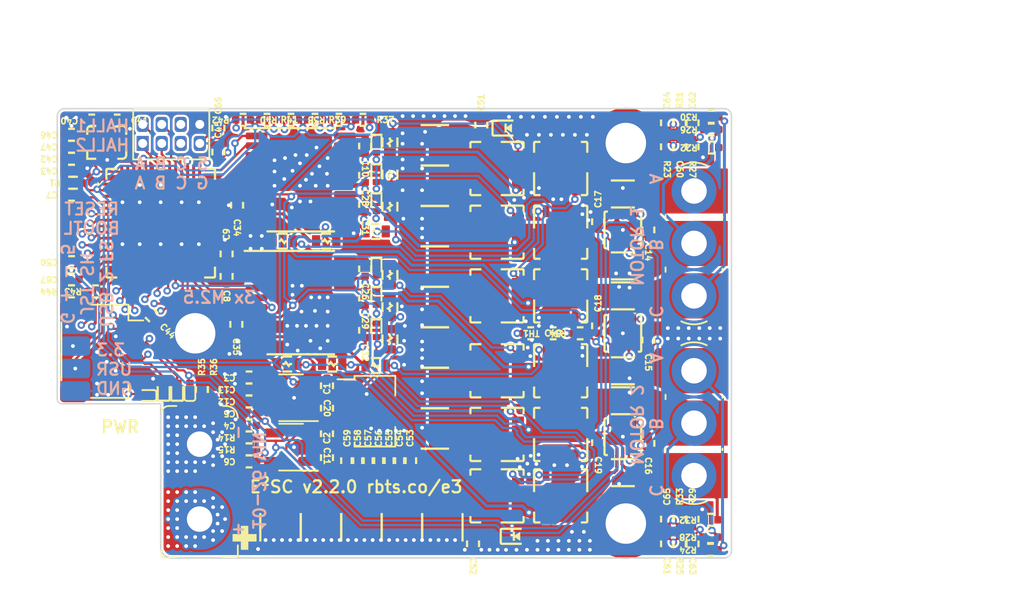
<source format=kicad_pcb>
(kicad_pcb
	(version 20240108)
	(generator "pcbnew")
	(generator_version "8.0")
	(general
		(thickness 1.2)
		(legacy_teardrops no)
	)
	(paper "A4")
	(layers
		(0 "F.Cu" mixed)
		(1 "In1.Cu" power)
		(2 "In2.Cu" signal)
		(31 "B.Cu" mixed)
		(32 "B.Adhes" user "B.Adhesive")
		(33 "F.Adhes" user "F.Adhesive")
		(34 "B.Paste" user)
		(35 "F.Paste" user)
		(36 "B.SilkS" user "B.Silkscreen")
		(37 "F.SilkS" user "F.Silkscreen")
		(38 "B.Mask" user)
		(39 "F.Mask" user)
		(40 "Dwgs.User" user "User.Drawings")
		(41 "Cmts.User" user "User.Comments")
		(42 "Eco1.User" user "User.Eco1")
		(43 "Eco2.User" user "User.Eco2")
		(44 "Edge.Cuts" user)
		(45 "Margin" user)
		(46 "B.CrtYd" user "B.Courtyard")
		(47 "F.CrtYd" user "F.Courtyard")
		(48 "B.Fab" user)
		(49 "F.Fab" user)
		(50 "User.1" user)
		(51 "User.2" user)
		(52 "User.3" user)
		(53 "User.4" user)
		(54 "User.5" user)
		(55 "User.6" user)
		(56 "User.7" user)
		(57 "User.8" user)
		(58 "User.9" user)
	)
	(setup
		(stackup
			(layer "F.SilkS"
				(type "Top Silk Screen")
			)
			(layer "F.Paste"
				(type "Top Solder Paste")
			)
			(layer "F.Mask"
				(type "Top Solder Mask")
				(thickness 0.01)
			)
			(layer "F.Cu"
				(type "copper")
				(thickness 0.105)
			)
			(layer "dielectric 1"
				(type "core")
				(thickness 0.254)
				(material "FR4")
				(epsilon_r 4.5)
				(loss_tangent 0.02)
			)
			(layer "In1.Cu"
				(type "copper")
				(thickness 0.035)
			)
			(layer "dielectric 2"
				(type "prepreg")
				(thickness 0.392)
				(material "FR4")
				(epsilon_r 4.5)
				(loss_tangent 0.02)
			)
			(layer "In2.Cu"
				(type "copper")
				(thickness 0.035)
			)
			(layer "dielectric 3"
				(type "core")
				(thickness 0.254)
				(material "FR4")
				(epsilon_r 4.5)
				(loss_tangent 0.02)
			)
			(layer "B.Cu"
				(type "copper")
				(thickness 0.105)
			)
			(layer "B.Mask"
				(type "Bottom Solder Mask")
				(thickness 0.01)
			)
			(layer "B.Paste"
				(type "Bottom Solder Paste")
			)
			(layer "B.SilkS"
				(type "Bottom Silk Screen")
			)
			(copper_finish "ENIG")
			(dielectric_constraints no)
		)
		(pad_to_mask_clearance 0)
		(allow_soldermask_bridges_in_footprints no)
		(grid_origin 170.049 108.851)
		(pcbplotparams
			(layerselection 0x00313fc_ffffffff)
			(plot_on_all_layers_selection 0x0000000_00000000)
			(disableapertmacros no)
			(usegerberextensions no)
			(usegerberattributes no)
			(usegerberadvancedattributes yes)
			(creategerberjobfile yes)
			(dashed_line_dash_ratio 12.000000)
			(dashed_line_gap_ratio 3.000000)
			(svgprecision 4)
			(plotframeref no)
			(viasonmask no)
			(mode 1)
			(useauxorigin no)
			(hpglpennumber 1)
			(hpglpenspeed 20)
			(hpglpendiameter 15.000000)
			(pdf_front_fp_property_popups yes)
			(pdf_back_fp_property_popups yes)
			(dxfpolygonmode yes)
			(dxfimperialunits yes)
			(dxfusepcbnewfont yes)
			(psnegative no)
			(psa4output no)
			(plotreference yes)
			(plotvalue yes)
			(plotfptext yes)
			(plotinvisibletext no)
			(sketchpadsonfab no)
			(subtractmaskfromsilk no)
			(outputformat 1)
			(mirror no)
			(drillshape 0)
			(scaleselection 1)
			(outputdirectory "CAM/")
		)
	)
	(net 0 "")
	(net 1 "+5V")
	(net 2 "GND")
	(net 3 "VDDA")
	(net 4 "+3V3")
	(net 5 "Net-(JP1-B)")
	(net 6 "/VDD_SPI")
	(net 7 "Net-(D1-1)")
	(net 8 "M2_PH_A")
	(net 9 "+1V5")
	(net 10 "+10V")
	(net 11 "VM")
	(net 12 "USB_D-")
	(net 13 "USB_D+")
	(net 14 "M2_PH_B")
	(net 15 "M2_PH_C")
	(net 16 "M2_PH_A_V")
	(net 17 "M2_PH_B_V")
	(net 18 "M2_PH_C_V")
	(net 19 "Net-(D2-1)")
	(net 20 "M1_PH_A")
	(net 21 "M1A")
	(net 22 "M1B")
	(net 23 "Net-(U4-HO1)")
	(net 24 "Net-(U4-LO1)")
	(net 25 "Net-(U4-HO2)")
	(net 26 "Net-(U4-LO2)")
	(net 27 "Net-(U4-HO3)")
	(net 28 "Net-(U4-LO3)")
	(net 29 "Net-(U5-HO1)")
	(net 30 "Net-(U5-LO1)")
	(net 31 "Net-(U5-HO2)")
	(net 32 "Net-(U5-LO2)")
	(net 33 "Net-(U5-HO3)")
	(net 34 "Net-(U5-LO3)")
	(net 35 "Net-(JP2-B)")
	(net 36 "M2A")
	(net 37 "Net-(U1-BP)")
	(net 38 "VBUS")
	(net 39 "unconnected-(U3-LNA_IN-Pad1)")
	(net 40 "M2B")
	(net 41 "M2C")
	(net 42 "HALL2_A")
	(net 43 "M1_PH_A_A")
	(net 44 "M1_PH_B_A")
	(net 45 "M1_PH_C_A")
	(net 46 "TMOS")
	(net 47 "unconnected-(U3-SPIHD{slash}GPIO27-Pad30)")
	(net 48 "unconnected-(U3-SPIWP{slash}GPIO28-Pad31)")
	(net 49 "Net-(D7-PadK)")
	(net 50 "HALL2_B")
	(net 51 "HALL2_C")
	(net 52 "M2_PH_A_A")
	(net 53 "M2_PH_B_A")
	(net 54 "M2_PH_C_A")
	(net 55 "M2_PH_C_L")
	(net 56 "unconnected-(U3-SPICS0{slash}GPIO29-Pad32)")
	(net 57 "unconnected-(U3-SPICLK{slash}GPIO30-Pad33)")
	(net 58 "M1_PH_A_H")
	(net 59 "M1_PH_B_H")
	(net 60 "M1_PH_C_H")
	(net 61 "M1_PH_A_L")
	(net 62 "M1_PH_B_L")
	(net 63 "M1_PH_C_L")
	(net 64 "HALL1_A")
	(net 65 "HALL1_B")
	(net 66 "HALL1_C")
	(net 67 "unconnected-(U3-SPIQ{slash}GPIO31-Pad34)")
	(net 68 "Net-(U3-XTAL_N)")
	(net 69 "Net-(U3-XTAL_P)")
	(net 70 "M1C")
	(net 71 "Net-(Q1-PadG)")
	(net 72 "Net-(Q2-PadG)")
	(net 73 "M2_PH_B_L")
	(net 74 "Net-(Q5-PadG)")
	(net 75 "M1_PH_B")
	(net 76 "Net-(Q6-PadG)")
	(net 77 "Net-(Q9-PadG)")
	(net 78 "M2_PH_A_L")
	(net 79 "M1_PH_C")
	(net 80 "Net-(Q10-PadG)")
	(net 81 "Net-(D3-1)")
	(net 82 "Net-(D4-1)")
	(net 83 "Net-(D5-1)")
	(net 84 "Net-(D6-1)")
	(net 85 "Net-(Q3-PadG)")
	(net 86 "Net-(Q4-PadG)")
	(net 87 "Net-(Q7-PadG)")
	(net 88 "Net-(Q8-PadG)")
	(net 89 "Net-(Q11-PadG)")
	(net 90 "Net-(Q12-PadG)")
	(net 91 "M2_PH_C_H")
	(net 92 "M1_PH_A_V")
	(net 93 "M2_PH_B_H")
	(net 94 "M1_PH_B_V")
	(net 95 "M2_PH_A_H")
	(net 96 "M1_PH_C_V")
	(net 97 "Net-(U2-BP)")
	(net 98 "STATUS_LED")
	(net 99 "Net-(D8-PadK)")
	(net 100 "unconnected-(U3-SPID{slash}GPIO32-Pad35)")
	(net 101 "USER_IN")
	(footprint "Capacitor_SMD:1005_B" (layer "F.Cu") (at 205.2 119.9 90))
	(footprint "Connector_AMASS:XT30-PB_Dual_Mount" (layer "F.Cu") (at 174 117.4 90))
	(footprint "Capacitor_SMD:3225_C" (layer "F.Cu") (at 182.1 120.45 -90))
	(footprint "Diode_SMD:1005_C_KA" (layer "F.Cu") (at 185.8 103.2 -90))
	(footprint "Resistor_SMD:1005_B" (layer "F.Cu") (at 183.3 93.25 180))
	(footprint "Resistor_SMD:1005_B" (layer "F.Cu") (at 197.6 107.5 180))
	(footprint "Capacitor_SMD:3225_C" (layer "F.Cu") (at 187.5 120.45 -90))
	(footprint "Capacitor_SMD:1005_B" (layer "F.Cu") (at 206.9 121.55 -90))
	(footprint "LED_SMD:1005_C_KA" (layer "F.Cu") (at 173.35 111.25 90))
	(footprint "Resistor_SMD:1005_B" (layer "F.Cu") (at 208.15 93.05 180))
	(footprint "Resistor_SMD:1608_C" (layer "F.Cu") (at 186.7 107.9 90))
	(footprint "Capacitor_SMD:1005_B" (layer "F.Cu") (at 168.5 93.3))
	(footprint "SH_Solder_Pads:JP-2" (layer "F.Cu") (at 165.5 99.2 90))
	(footprint "Resistor_SMD:1005_B" (layer "F.Cu") (at 199.4 107.5 180))
	(footprint "Resistor_SMD:3216_C_Shunt" (layer "F.Cu") (at 202.25 105))
	(footprint "Capacitor_SMD:3225_C" (layer "F.Cu") (at 189.7 97.65 180))
	(footprint "Capacitor_SMD:1005_B" (layer "F.Cu") (at 165.45 102.75 180))
	(footprint "Diode_SMD:1005_C_KA" (layer "F.Cu") (at 185.8 96.95 -90))
	(footprint "Crystal:Crystal_4-SMD_2x1.6mm" (layer "F.Cu") (at 167.8 94.75))
	(footprint "Resistor_SMD:3216_C_Shunt" (layer "F.Cu") (at 202.25 103))
	(footprint "Capacitor_SMD:1005_B"
		(layer "F.Cu")
		(uuid "1bfaf2c8-c60b-47f9-b3e4-7180ec9bf4d2")
		(at 185.05 95 -90)
		(tags "0402 1005 Capacitor")
		(property "Reference" "C10"
			(at 0.85 0 -90)
			(unlocked yes)
			(layer "F.SilkS")
			(uuid "53b20021-5950-4092-bad9-f2517f5ccc92")
			(effects
				(font
					(size 0.4 0.4)
					(thickness 0.1)
				)
				(justify left)
			)
		)
		(property "Value" "0.1uF"
			(at 0.85 0.375 -90)
			(unlocked yes)
			(layer "F.Fab")
			(uuid "a012948e-86c0-4867-8be1-5fd000a986d2")
			(effects
				(font
					(size 0.2 0.2)
					(thickness 0.05)
				)
				(justify left)
			)
		)
		(property "Footprint" ""
			(at 0 0 -90)
			(unlocked yes)
			(layer "F.Fab")
			(hide yes)
			(uuid "b1e46cb7-22fb-461b-a0fa-de891b47ecd7")
			(effects
				(font
					(size 1.27 1.27)
				)
			)
		)
		(property "Datasheet" ""
			(at 0 0 -90)
			(unlocked yes)
			(layer "F.Fab")
			(hide yes)
			(uuid "a7aa2edb-9e6f-4d57-a69e-5e0326ba6587")
			(effects
				(font
					(size 1.27 1.27)
				)
			)
		)
		(property "Description" ""
			(at 0 0 -90)
			(unlocked yes)
			(layer "F.Fab")
			(hide yes)
			(uuid "09eb7d59-72c7-4a60-a10e-883d56e8733f")
			(effects
				(font
					(size 1.27 1.27)
				)
			)
		)
		(property "Dielectric" "X7R"
			(at 0 0 0)
			(layer "F.Fab")
			(hide yes)
			(uuid "571f6207-1f4e-4897-948d-5feaf7e46dd9")
			(effects
				(font
					(size 1 1)
					(thickness 0.15)
				)
			)
		)
		(property "Footprint_Density" "C"
			(at 0 0 0)
			(layer "F.Fab")
			(hide yes)
			(uuid "3440c7eb-74a0-4099-acad-30e45b8bf1eb")
			(effects
				(font
					(size 1 1)
					(thickness 0.15)
				)
			)
		)
		(property "Footprint_Library" "Capacitor_SMD"
			(at 0 0 0)
			(layer "F.Fab")
			(hide yes)
			(uuid "962884c5-5509-4f97-9767-aa2622759385")
			(effects
				(font
					(size 1 1)
					(thickness 0.15)
				)
			)
		)
		(property "JLCPCB Part" "C1525"
			(at 0 0 0)
			(layer "F.Fab")
			(hide yes)
			(uuid "44757a39-8c07-47e5-b880-65bf09020113")
			(effects
				(font
					(size 1 1)
					(thickness 0.15)
				)
			)
		)
		(property "LCSC" "C1525"
			(at 0 0 0)
			(layer "F.Fab")
			(hide yes)
			(uuid "7310a7a3-35cc-45da-bc74-7d74dfcd30a6")
			(effects
				(font
					(size 1 1)
					(thickness 0.15)
				)
			)
		)
		(property "MFG" "Samsung"
			(at 0 0 0)
			(layer "F.Fab")
			(hide yes)
			(uuid "758c037f-1714-40eb-ad03-bbfe5e005492")
			(effects
				(font
					(size 1 1)
					(thickness 0.15)
				)
			)
		)
		(property "MPN" "CL05B104KO5NNNC"
			(at 0 0 0)
			(layer "F.Fab")
			(hide yes)
			(uuid "420749e1-1bd0-4d75-bff6-e83bf1c0979a")
			(effects
				(font
					(size 1 1)
					(thickness 0.15)
				)
			)
		)
		(property "MPN_ALT1" ""
			(at 0 0 0)
			(layer "F.Fab")
			(hide yes)
			(uuid "b95d9b38-c6d8-404c-9547-5e72d79bc740")
			(effects
				(font
					(size 1 1)
					(thickness 0.15)
				)
			)
		)
		(property "Mouser" ""
			(at 0 0 0)
			(layer "F.Fab")
			(hide yes)
			(uuid "adf8a886-ec7e-4a79-9ef7-18a27e3d797a")
			(effects
				(font
					(size 1 1)
					(thickness 0.15)
				)
			)
		)
		(property "Note" ""
			(at 0 0 0)
			(layer "F.Fab")
			(hide yes)
			(uuid "2252730c-3304-4371-aba9-bf8c2d470380")
			(effects
				(font
					(size 1 1)
					(thickness 0.15)
				)
			)
		)
		(property "Package" "1005"
			(at 0 0 0)
			(layer "F.Fab")
			(hide yes)
			(uuid "fbf16dad-6a35-49af-8ef2-970a9d0b97d1")
			(effects
				(font
					(size 1 1)
					(thickness 0.15)
				)
			)
		)
		(property "Sim.Device" "SPICE"
			(at 0 0 0)
			(layer "F.Fab")
			(hide yes)
			(uuid "6c2c7018-03f9-46bf-a913-e9ff805d1f41")
			(effects
				(font
					(size 1 1)
					(thickness 0.15)
				)
			)
		)
		(property "Sim.Params" "type=\"C\" model=\"100n\" lib=\"\""
			(at 0 0 0)
			(layer "F.Fab")
			(hide yes)
			(uuid "f87ae2a7-f413-4d41-b9f9-72d983e05458")
			(effects
				(font
					(size 1 1)
					(thickness 0.15)
				)
			)
		)
		(property "Sim.Pins" "1=1 2=2"
			(at 0 0 0)
			(layer "F.Fab")
			(hide yes)
			(uuid "4e336305-31fb-409b-b55e-e5d4f3b3f73b")
			(effects
				(font
					(size 1 1)
					(thickness 0.15)
				)
			)
		)
		(property "Tolerance" "10%"
			(at 0 0 0)
			(layer "F.Fab")
			(hide yes)
			(uuid "84ed29ea-ee48-4be5-a40c-db3d3e8016d8")
			(effects
				(font
					(size 1 1)
					(thickness 0.15)
				)
			)
		)
		(property "USD_per_1" ""
			(at 0 0 0)
			(layer "F.Fab")
			(hide yes)
			(uuid "c54b5084-40b3-419f-abee-ae4319455117")
			(effects
				(font
					(size 1 1)
					(thickness 0.15)
				)
			)
		)
		(property "USD_per_1000" ""
			(at 0 0 0)
			(layer "F.Fab")
			(hide yes)
			(uuid "9e5394cb-5a53-454b-b6af-73f3ce295872")
			(effects
				(font
					(size 1 1)
					(thickness 0.15)
				)
			)
		)
		(property "Voltage" "16V"
			(at 0 0 0)
			(layer "F.Fab")
			(hide yes)
			(uuid "e23eae64-07ab-4bb2-87be-04b7823bafe6")
			(effects
				(font
					(size 1 1)
					(thickness 0.15)
				)
			)
		)
		(path "/0f3812e1-0372-4915-8b9c-3c890a13085c")
		(sheetfile "ESC_Dual_10A.kicad_sch")
		(solder_mask_margin 0.03)
		(solder_paste_margin -0.02)
		(attr smd)
		(fp_poly
			(pts
				(xy 0.225 0.475) (xy -0.225 0.475) (xy -0.225 0.325) (xy 0.225 0.325)
			)
			(stroke
				(width 0)
				(type solid)
			)
			(fill solid)
			(layer "F.SilkS")
			(uuid "b74c39f3-d3e8-4597-b7e6-b4d1ec968543")
		)
		(fp_poly
			(pts
				(xy 0.225 -0.325) (xy -0.225 -0.325) (xy -0.225 -0.475) (xy 0.225 -0.475)
			)
			(stroke
				(width 0)
				(type solid)
			)
			(fill solid)
			(layer "F.SilkS")
			(uuid "77a912c3-2563-47f0-b345-51693e2752ef")
		)
		(fp_line
			(start -0.625 0.4)
			(end 0.625 0.4)
			(stroke
				(width 0.05)
				(type default)
			)
			(layer "F.CrtYd")
			(uuid "80ded4b0-abfa-4796-92a9-a087260b45ec")
		)
		(fp_line
			(start 0.9 0.125)
			(end 0.9 -0.125)
			(stroke
				(width 0.05)
				(type default)
			)
			(layer "F.CrtYd")
			(uuid "4ad784f4-ef53-458a-8841-7214fac94ade")
		)
		(fp_line
			(start -0.9 -0.125)
			(end -0.9 0.125)
			(stroke
				(width 0.05)
				(type default)
			)
			(layer "F.CrtYd")
			(uuid "b564d739-e7fb-410e-8395-f5677c35f600")
		)
		(fp_line
			(start 0.625 -0.4)
			(end -0.625 -0.4)
			(stroke
				(width 0.05)
				(type default)
			)
			(layer "F.CrtYd")
			(uuid "979bc978-e4ec-4820-a4a9-a05d179933dd")
		)
		(fp_arc
			(start -0.625 0.4)
			(mid -0.819454 0.319454)
			(end -0.9 
... [2706432 chars truncated]
</source>
